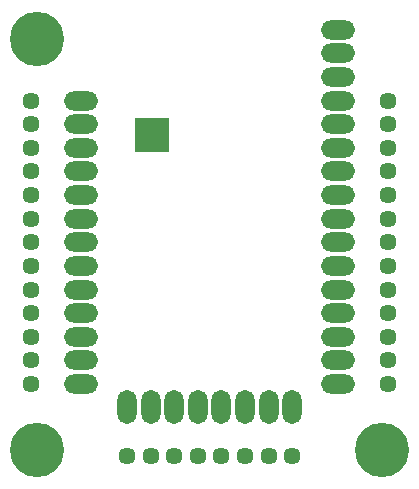
<source format=gbr>
%TF.GenerationSoftware,KiCad,Pcbnew,(5.1.6)-1*%
%TF.CreationDate,2021-04-01T07:08:55+01:00*%
%TF.ProjectId,xbeesxadapter,78626565-7378-4616-9461-707465722e6b,rev?*%
%TF.SameCoordinates,Original*%
%TF.FileFunction,Soldermask,Top*%
%TF.FilePolarity,Negative*%
%FSLAX46Y46*%
G04 Gerber Fmt 4.6, Leading zero omitted, Abs format (unit mm)*
G04 Created by KiCad (PCBNEW (5.1.6)-1) date 2021-04-01 07:08:55*
%MOMM*%
%LPD*%
G01*
G04 APERTURE LIST*
%ADD10R,2.890000X2.890000*%
%ADD11O,1.620000X2.900000*%
%ADD12O,2.900000X1.620000*%
%ADD13C,1.450000*%
%ADD14C,4.600000*%
G04 APERTURE END LIST*
D10*
%TO.C,U1*%
X143807500Y-57709500D03*
D11*
X155700000Y-80730000D03*
X153700000Y-80730000D03*
X151700000Y-80730000D03*
X149700000Y-80730000D03*
X147700000Y-80730000D03*
X145700000Y-80730000D03*
X143700000Y-80730000D03*
X141700000Y-80730000D03*
D12*
X159550000Y-54780000D03*
X159550000Y-56780000D03*
X159550000Y-58780000D03*
X159550000Y-60780000D03*
X159550000Y-62780000D03*
X159550000Y-64780000D03*
X159550000Y-66780000D03*
X159550000Y-68780000D03*
X159550000Y-70780000D03*
X159550000Y-72780000D03*
X159550000Y-74780000D03*
X159550000Y-76780000D03*
X159550000Y-78780000D03*
X137850000Y-78780000D03*
X137850000Y-76780000D03*
X137850000Y-74780000D03*
X137850000Y-72780000D03*
X137850000Y-70780000D03*
X137850000Y-68780000D03*
X137850000Y-66780000D03*
X137850000Y-64780000D03*
X137850000Y-62780000D03*
X137850000Y-60780000D03*
X137850000Y-58780000D03*
X137850000Y-56780000D03*
X137850000Y-54780000D03*
D13*
X133600000Y-54780000D03*
X133600000Y-56780000D03*
X133600000Y-58780000D03*
X133600000Y-60780000D03*
X133600000Y-62780000D03*
X133600000Y-64780000D03*
X133600000Y-66780000D03*
X133600000Y-68780000D03*
X133600000Y-70780000D03*
X133600000Y-72780000D03*
X133600000Y-74780000D03*
X133600000Y-76780000D03*
X133600000Y-78780000D03*
X141700000Y-84862000D03*
X143700000Y-84862000D03*
X145700000Y-84862000D03*
X147700000Y-84862000D03*
X149700000Y-84862000D03*
X151700000Y-84862000D03*
X153700000Y-84862000D03*
X155700000Y-84862000D03*
X163800000Y-78780000D03*
X163800000Y-76780000D03*
X163800000Y-74780000D03*
X163800000Y-72780000D03*
X163800000Y-70780000D03*
X163800000Y-68780000D03*
X163800000Y-66780000D03*
X163800000Y-64780000D03*
X163800000Y-62780000D03*
X163800000Y-60780000D03*
X163800000Y-58780000D03*
X163800000Y-56780000D03*
X163800000Y-54780000D03*
D14*
X163300000Y-84380000D03*
X134100000Y-84380000D03*
X134100000Y-49530000D03*
D12*
X159550000Y-52780000D03*
X159550000Y-50780000D03*
X159550000Y-48780000D03*
%TD*%
M02*

</source>
